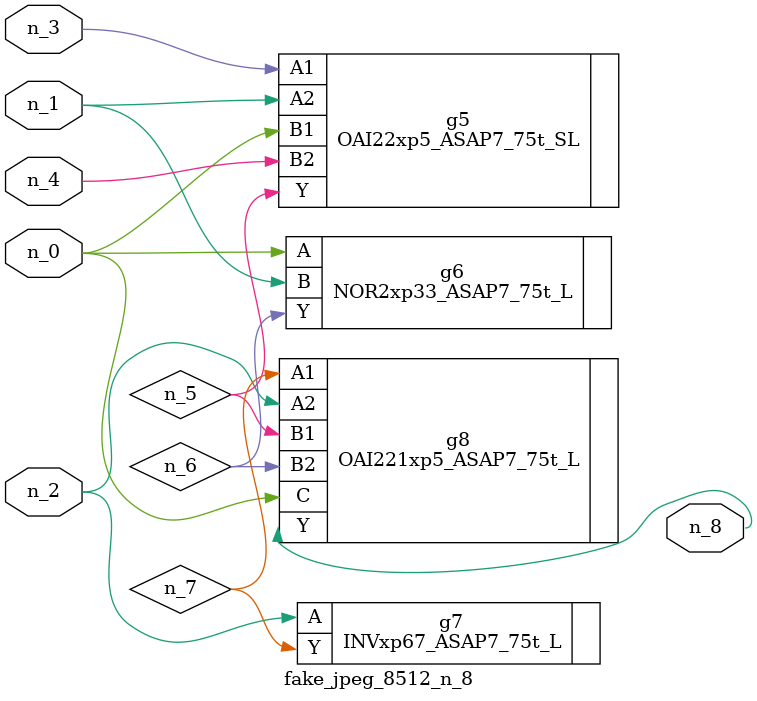
<source format=v>
module fake_jpeg_8512_n_8 (n_3, n_2, n_1, n_0, n_4, n_8);

input n_3;
input n_2;
input n_1;
input n_0;
input n_4;

output n_8;

wire n_6;
wire n_5;
wire n_7;

OAI22xp5_ASAP7_75t_SL g5 ( 
.A1(n_3),
.A2(n_1),
.B1(n_0),
.B2(n_4),
.Y(n_5)
);

NOR2xp33_ASAP7_75t_L g6 ( 
.A(n_0),
.B(n_1),
.Y(n_6)
);

INVxp67_ASAP7_75t_L g7 ( 
.A(n_2),
.Y(n_7)
);

OAI221xp5_ASAP7_75t_L g8 ( 
.A1(n_7),
.A2(n_2),
.B1(n_5),
.B2(n_6),
.C(n_0),
.Y(n_8)
);


endmodule
</source>
